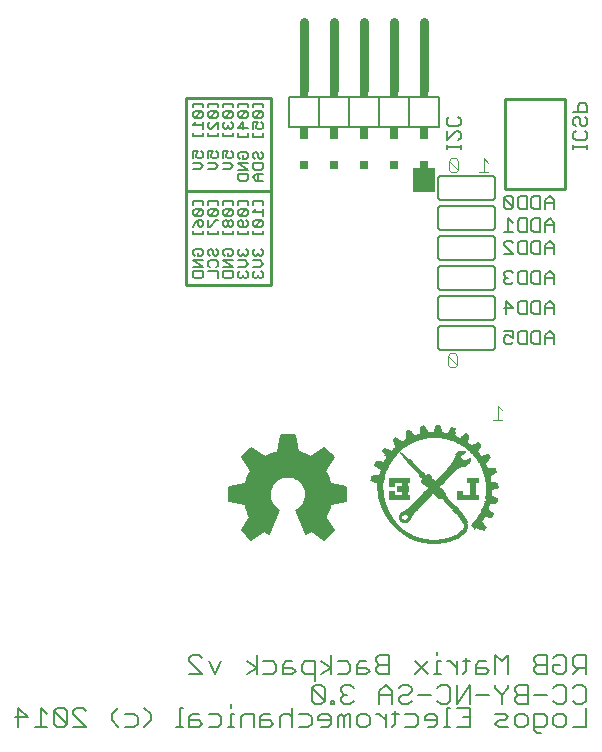
<source format=gbo>
G75*
%MOIN*%
%OFA0B0*%
%FSLAX24Y24*%
%IPPOS*%
%LPD*%
%AMOC8*
5,1,8,0,0,1.08239X$1,22.5*
%
%ADD10C,0.0040*%
%ADD11C,0.0060*%
%ADD12C,0.0100*%
%ADD13R,0.0750X0.0800*%
%ADD14C,0.0050*%
%ADD15C,0.0300*%
%ADD16R,0.0300X0.0200*%
%ADD17R,0.0300X0.0400*%
%ADD18R,0.0300X0.0300*%
%ADD19C,0.0080*%
%ADD20R,0.0483X0.0017*%
%ADD21R,0.0700X0.0017*%
%ADD22R,0.0867X0.0017*%
%ADD23R,0.1000X0.0017*%
%ADD24R,0.1117X0.0017*%
%ADD25R,0.1217X0.0017*%
%ADD26R,0.1300X0.0017*%
%ADD27R,0.0517X0.0017*%
%ADD28R,0.0550X0.0017*%
%ADD29R,0.0450X0.0017*%
%ADD30R,0.0400X0.0017*%
%ADD31R,0.0417X0.0017*%
%ADD32R,0.0367X0.0017*%
%ADD33R,0.0383X0.0017*%
%ADD34R,0.0333X0.0017*%
%ADD35R,0.0350X0.0017*%
%ADD36R,0.0317X0.0017*%
%ADD37R,0.0283X0.0017*%
%ADD38R,0.0300X0.0017*%
%ADD39R,0.0283X0.0017*%
%ADD40R,0.0283X0.0017*%
%ADD41R,0.0250X0.0017*%
%ADD42R,0.0233X0.0017*%
%ADD43R,0.0267X0.0017*%
%ADD44R,0.0217X0.0017*%
%ADD45R,0.0267X0.0017*%
%ADD46R,0.0200X0.0017*%
%ADD47R,0.0250X0.0017*%
%ADD48R,0.0183X0.0017*%
%ADD49R,0.0233X0.0017*%
%ADD50R,0.0183X0.0017*%
%ADD51R,0.0183X0.0017*%
%ADD52R,0.0167X0.0017*%
%ADD53R,0.0167X0.0017*%
%ADD54R,0.0217X0.0017*%
%ADD55R,0.0067X0.0017*%
%ADD56R,0.0150X0.0017*%
%ADD57R,0.0200X0.0017*%
%ADD58R,0.0133X0.0017*%
%ADD59R,0.0217X0.0017*%
%ADD60R,0.0017X0.0017*%
%ADD61R,0.0133X0.0017*%
%ADD62R,0.0217X0.0017*%
%ADD63R,0.0050X0.0017*%
%ADD64R,0.0300X0.0017*%
%ADD65R,0.0083X0.0017*%
%ADD66R,0.0133X0.0017*%
%ADD67R,0.0433X0.0017*%
%ADD68R,0.0133X0.0017*%
%ADD69R,0.0117X0.0017*%
%ADD70R,0.0467X0.0017*%
%ADD71R,0.0117X0.0017*%
%ADD72R,0.0483X0.0017*%
%ADD73R,0.0467X0.0017*%
%ADD74R,0.0383X0.0017*%
%ADD75R,0.0350X0.0017*%
%ADD76R,0.0150X0.0017*%
%ADD77R,0.0317X0.0017*%
%ADD78R,0.0283X0.0017*%
%ADD79R,0.0167X0.0017*%
%ADD80R,0.0267X0.0017*%
%ADD81R,0.0167X0.0017*%
%ADD82R,0.0100X0.0017*%
%ADD83R,0.0100X0.0017*%
%ADD84R,0.0233X0.0017*%
%ADD85R,0.0117X0.0017*%
%ADD86R,0.0500X0.0017*%
%ADD87R,0.0083X0.0017*%
%ADD88R,0.0500X0.0017*%
%ADD89R,0.0483X0.0017*%
%ADD90R,0.0233X0.0017*%
%ADD91R,0.0450X0.0017*%
%ADD92R,0.0433X0.0017*%
%ADD93R,0.0417X0.0017*%
%ADD94R,0.0183X0.0017*%
%ADD95R,0.0433X0.0017*%
%ADD96R,0.0333X0.0017*%
%ADD97R,0.0400X0.0017*%
%ADD98R,0.0367X0.0017*%
%ADD99R,0.0017X0.0017*%
%ADD100R,0.0333X0.0017*%
%ADD101R,0.0383X0.0017*%
%ADD102R,0.0433X0.0017*%
%ADD103R,0.0717X0.0017*%
%ADD104R,0.0700X0.0017*%
%ADD105R,0.0717X0.0017*%
%ADD106R,0.0317X0.0017*%
%ADD107R,0.0333X0.0017*%
%ADD108R,0.0733X0.0017*%
%ADD109R,0.0717X0.0017*%
%ADD110R,0.0683X0.0017*%
%ADD111R,0.0650X0.0017*%
%ADD112R,0.0617X0.0017*%
%ADD113R,0.0600X0.0017*%
%ADD114R,0.0567X0.0017*%
%ADD115R,0.0367X0.0017*%
%ADD116R,0.0533X0.0017*%
%ADD117R,0.0367X0.0017*%
%ADD118R,0.0417X0.0017*%
%ADD119R,0.0550X0.0017*%
%ADD120R,0.0583X0.0017*%
%ADD121R,0.0733X0.0017*%
%ADD122R,0.0383X0.0017*%
%ADD123R,0.0767X0.0017*%
%ADD124R,0.0783X0.0017*%
%ADD125R,0.0033X0.0017*%
%ADD126R,0.0067X0.0017*%
%ADD127R,0.0533X0.0017*%
%ADD128R,0.0567X0.0017*%
%ADD129R,0.0517X0.0017*%
%ADD130R,0.0567X0.0017*%
%ADD131R,0.0517X0.0017*%
%ADD132R,0.0317X0.0017*%
%ADD133R,0.0067X0.0017*%
%ADD134R,0.0033X0.0017*%
%ADD135R,0.0467X0.0017*%
%ADD136R,0.0583X0.0017*%
%ADD137R,0.0600X0.0017*%
%ADD138R,0.0633X0.0017*%
%ADD139R,0.0683X0.0017*%
%ADD140R,0.0650X0.0017*%
%ADD141R,0.0717X0.0017*%
%ADD142R,0.0533X0.0017*%
%ADD143R,0.0883X0.0017*%
%ADD144R,0.0750X0.0017*%
%ADD145R,0.0883X0.0017*%
%ADD146R,0.0033X0.0017*%
%ADD147R,0.1717X0.0017*%
%ADD148R,0.1683X0.0017*%
%ADD149R,0.1650X0.0017*%
%ADD150R,0.1633X0.0017*%
%ADD151R,0.1333X0.0017*%
%ADD152R,0.1283X0.0017*%
%ADD153R,0.1233X0.0017*%
%ADD154R,0.1183X0.0017*%
%ADD155R,0.0867X0.0017*%
%ADD156R,0.0767X0.0017*%
%ADD157R,0.0050X0.0017*%
D10*
X014841Y013804D02*
X014918Y013728D01*
X015071Y013728D01*
X015148Y013804D01*
X014841Y014111D01*
X014841Y013804D01*
X015148Y013804D02*
X015148Y014111D01*
X015071Y014188D01*
X014918Y014188D01*
X014841Y014111D01*
X016495Y012438D02*
X016495Y011978D01*
X016648Y011978D02*
X016341Y011978D01*
X016648Y012285D02*
X016495Y012438D01*
X016188Y020228D02*
X015881Y020228D01*
X016034Y020228D02*
X016034Y020688D01*
X016188Y020535D01*
X015188Y020611D02*
X015188Y020304D01*
X014881Y020611D01*
X014881Y020304D01*
X014957Y020228D01*
X015111Y020228D01*
X015188Y020304D01*
X015188Y020611D02*
X015111Y020688D01*
X014957Y020688D01*
X014881Y020611D01*
D11*
X000523Y002378D02*
X000523Y001738D01*
X000416Y002058D02*
X000843Y002058D01*
X000523Y002378D01*
X001274Y002378D02*
X001274Y001738D01*
X001061Y001738D02*
X001488Y001738D01*
X001705Y001844D02*
X001812Y001738D01*
X002026Y001738D01*
X002132Y001844D01*
X001705Y002271D01*
X001705Y001844D01*
X001488Y002165D02*
X001274Y002378D01*
X001705Y002271D02*
X001812Y002378D01*
X002026Y002378D01*
X002132Y002271D01*
X002132Y001844D01*
X002350Y001738D02*
X002777Y001738D01*
X002350Y002165D01*
X002350Y002271D01*
X002457Y002378D01*
X002670Y002378D01*
X002777Y002271D01*
X003638Y002165D02*
X003638Y001951D01*
X003851Y001738D01*
X004069Y001738D02*
X004389Y001738D01*
X004496Y001844D01*
X004496Y002058D01*
X004389Y002165D01*
X004069Y002165D01*
X003851Y002378D02*
X003638Y002165D01*
X004712Y002378D02*
X004925Y002165D01*
X004925Y001951D01*
X004712Y001738D01*
X005786Y001738D02*
X006000Y001738D01*
X005893Y001738D02*
X005893Y002378D01*
X006000Y002378D01*
X006217Y002058D02*
X006217Y001738D01*
X006537Y001738D01*
X006644Y001844D01*
X006537Y001951D01*
X006217Y001951D01*
X006217Y002058D02*
X006324Y002165D01*
X006537Y002165D01*
X006862Y002165D02*
X007182Y002165D01*
X007289Y002058D01*
X007289Y001844D01*
X007182Y001738D01*
X006862Y001738D01*
X007505Y001738D02*
X007718Y001738D01*
X007612Y001738D02*
X007612Y002165D01*
X007718Y002165D01*
X007612Y002378D02*
X007612Y002485D01*
X007936Y002058D02*
X007936Y001738D01*
X007936Y002058D02*
X008043Y002165D01*
X008363Y002165D01*
X008363Y001738D01*
X008580Y001738D02*
X008901Y001738D01*
X009007Y001844D01*
X008901Y001951D01*
X008580Y001951D01*
X008580Y002058D02*
X008580Y001738D01*
X008580Y002058D02*
X008687Y002165D01*
X008901Y002165D01*
X009225Y002058D02*
X009225Y001738D01*
X009225Y002058D02*
X009332Y002165D01*
X009545Y002165D01*
X009652Y002058D01*
X009870Y002165D02*
X010190Y002165D01*
X010297Y002058D01*
X010297Y001844D01*
X010190Y001738D01*
X009870Y001738D01*
X009652Y001738D02*
X009652Y002378D01*
X010299Y002594D02*
X010299Y003021D01*
X010726Y002594D01*
X010619Y002488D01*
X010406Y002488D01*
X010299Y002594D01*
X010299Y003021D02*
X010406Y003128D01*
X010619Y003128D01*
X010726Y003021D01*
X010726Y002594D01*
X010942Y002594D02*
X010942Y002488D01*
X011049Y002488D01*
X011049Y002594D01*
X010942Y002594D01*
X011266Y002594D02*
X011373Y002488D01*
X011586Y002488D01*
X011693Y002594D01*
X011480Y002808D02*
X011373Y002808D01*
X011266Y002701D01*
X011266Y002594D01*
X011373Y002808D02*
X011266Y002915D01*
X011266Y003021D01*
X011373Y003128D01*
X011586Y003128D01*
X011693Y003021D01*
X011803Y003488D02*
X012123Y003488D01*
X012230Y003594D01*
X012123Y003701D01*
X011803Y003701D01*
X011803Y003808D02*
X011803Y003488D01*
X011586Y003594D02*
X011479Y003488D01*
X011159Y003488D01*
X010941Y003488D02*
X010941Y004128D01*
X011159Y003915D02*
X011479Y003915D01*
X011586Y003808D01*
X011586Y003594D01*
X011803Y003808D02*
X011910Y003915D01*
X012123Y003915D01*
X012448Y003915D02*
X012554Y003808D01*
X012875Y003808D01*
X012875Y003488D02*
X012875Y004128D01*
X012554Y004128D01*
X012448Y004021D01*
X012448Y003915D01*
X012554Y003808D02*
X012448Y003701D01*
X012448Y003594D01*
X012554Y003488D01*
X012875Y003488D01*
X012769Y003128D02*
X012555Y002915D01*
X012555Y002488D01*
X012554Y002165D02*
X012447Y002165D01*
X012554Y002165D02*
X012767Y001951D01*
X012767Y001738D02*
X012767Y002165D01*
X012984Y002165D02*
X013197Y002165D01*
X013090Y002271D02*
X013090Y001844D01*
X012984Y001738D01*
X013415Y001738D02*
X013735Y001738D01*
X013842Y001844D01*
X013842Y002058D01*
X013735Y002165D01*
X013415Y002165D01*
X013520Y002488D02*
X013306Y002488D01*
X013200Y002594D01*
X013200Y002701D01*
X013306Y002808D01*
X013520Y002808D01*
X013627Y002915D01*
X013627Y003021D01*
X013520Y003128D01*
X013306Y003128D01*
X013200Y003021D01*
X012982Y002915D02*
X012769Y003128D01*
X012982Y002915D02*
X012982Y002488D01*
X012982Y002808D02*
X012555Y002808D01*
X012123Y002165D02*
X011910Y002165D01*
X011803Y002058D01*
X011803Y001844D01*
X011910Y001738D01*
X012123Y001738D01*
X012230Y001844D01*
X012230Y002058D01*
X012123Y002165D01*
X011586Y002165D02*
X011586Y001738D01*
X011372Y001738D02*
X011372Y002058D01*
X011265Y002165D01*
X011159Y002058D01*
X011159Y001738D01*
X010941Y001844D02*
X010941Y002058D01*
X010834Y002165D01*
X010621Y002165D01*
X010514Y002058D01*
X010514Y001951D01*
X010941Y001951D01*
X010941Y001844D02*
X010834Y001738D01*
X010621Y001738D01*
X011372Y002058D02*
X011479Y002165D01*
X011586Y002165D01*
X010404Y003274D02*
X010404Y003915D01*
X010084Y003915D01*
X009977Y003808D01*
X009977Y003594D01*
X010084Y003488D01*
X010404Y003488D01*
X010621Y003488D02*
X010941Y003701D01*
X010621Y003915D01*
X009759Y003594D02*
X009653Y003488D01*
X009332Y003488D01*
X009332Y003808D01*
X009439Y003915D01*
X009653Y003915D01*
X009653Y003701D02*
X009332Y003701D01*
X009115Y003594D02*
X009008Y003488D01*
X008688Y003488D01*
X008470Y003488D02*
X008470Y004128D01*
X008688Y003915D02*
X009008Y003915D01*
X009115Y003808D01*
X009115Y003594D01*
X008470Y003701D02*
X008150Y003915D01*
X008470Y003701D02*
X008150Y003488D01*
X007289Y003915D02*
X007075Y003488D01*
X006862Y003915D01*
X006644Y004021D02*
X006537Y004128D01*
X006324Y004128D01*
X006217Y004021D01*
X006217Y003915D01*
X006644Y003488D01*
X006217Y003488D01*
X009653Y003701D02*
X009759Y003594D01*
X013520Y002488D02*
X013627Y002594D01*
X013844Y002808D02*
X014271Y002808D01*
X014489Y003021D02*
X014596Y003128D01*
X014809Y003128D01*
X014916Y003021D01*
X014916Y002594D01*
X014809Y002488D01*
X014596Y002488D01*
X014489Y002594D01*
X014809Y002378D02*
X014809Y001738D01*
X014916Y001738D02*
X014702Y001738D01*
X014486Y001844D02*
X014486Y002058D01*
X014379Y002165D01*
X014166Y002165D01*
X014059Y002058D01*
X014059Y001951D01*
X014486Y001951D01*
X014486Y001844D02*
X014379Y001738D01*
X014166Y001738D01*
X014809Y002378D02*
X014916Y002378D01*
X015133Y002378D02*
X015560Y002378D01*
X015560Y001738D01*
X015133Y001738D01*
X015347Y002058D02*
X015560Y002058D01*
X015560Y002488D02*
X015560Y003128D01*
X015133Y002488D01*
X015133Y003128D01*
X015131Y003488D02*
X015131Y003915D01*
X015131Y003701D02*
X014917Y003915D01*
X014810Y003915D01*
X014594Y003915D02*
X014487Y003915D01*
X014487Y003488D01*
X014594Y003488D02*
X014380Y003488D01*
X014164Y003488D02*
X013737Y003915D01*
X014164Y003915D02*
X013737Y003488D01*
X014487Y004128D02*
X014487Y004235D01*
X015347Y003915D02*
X015560Y003915D01*
X015454Y004021D02*
X015454Y003594D01*
X015347Y003488D01*
X015778Y003488D02*
X016098Y003488D01*
X016205Y003594D01*
X016098Y003701D01*
X015778Y003701D01*
X015778Y003808D02*
X015778Y003488D01*
X015778Y003808D02*
X015885Y003915D01*
X016098Y003915D01*
X016422Y004128D02*
X016422Y003488D01*
X016422Y003128D02*
X016422Y003021D01*
X016636Y002808D01*
X016636Y002488D01*
X016743Y002165D02*
X016422Y002165D01*
X016529Y001951D02*
X016743Y001951D01*
X016849Y002058D01*
X016743Y002165D01*
X016529Y001951D02*
X016422Y001844D01*
X016529Y001738D01*
X016849Y001738D01*
X017067Y001844D02*
X017067Y002058D01*
X017174Y002165D01*
X017387Y002165D01*
X017494Y002058D01*
X017494Y001844D01*
X017387Y001738D01*
X017174Y001738D01*
X017067Y001844D01*
X017174Y002488D02*
X017494Y002488D01*
X017494Y003128D01*
X017174Y003128D01*
X017067Y003021D01*
X017067Y002915D01*
X017174Y002808D01*
X017494Y002808D01*
X017712Y002808D02*
X018139Y002808D01*
X018356Y003021D02*
X018463Y003128D01*
X018676Y003128D01*
X018783Y003021D01*
X018783Y002594D01*
X018676Y002488D01*
X018463Y002488D01*
X018356Y002594D01*
X018463Y002165D02*
X018676Y002165D01*
X018783Y002058D01*
X018783Y001844D01*
X018676Y001738D01*
X018463Y001738D01*
X018356Y001844D01*
X018356Y002058D01*
X018463Y002165D01*
X018139Y002058D02*
X018139Y001844D01*
X018032Y001738D01*
X017712Y001738D01*
X017712Y001631D02*
X017712Y002165D01*
X018032Y002165D01*
X018139Y002058D01*
X017712Y001631D02*
X017818Y001524D01*
X017925Y001524D01*
X019001Y001738D02*
X019428Y001738D01*
X019428Y002378D01*
X019321Y002488D02*
X019107Y002488D01*
X019001Y002594D01*
X019001Y003021D02*
X019107Y003128D01*
X019321Y003128D01*
X019428Y003021D01*
X019428Y002594D01*
X019321Y002488D01*
X019428Y003488D02*
X019428Y004128D01*
X019107Y004128D01*
X019001Y004021D01*
X019001Y003808D01*
X019107Y003701D01*
X019428Y003701D01*
X019214Y003701D02*
X019001Y003488D01*
X018783Y003594D02*
X018676Y003488D01*
X018463Y003488D01*
X018356Y003594D01*
X018356Y003808D01*
X018570Y003808D01*
X018783Y004021D02*
X018783Y003594D01*
X018783Y004021D02*
X018676Y004128D01*
X018463Y004128D01*
X018356Y004021D01*
X018139Y004128D02*
X017818Y004128D01*
X017712Y004021D01*
X017712Y003915D01*
X017818Y003808D01*
X018139Y003808D01*
X018139Y003488D02*
X018139Y004128D01*
X017818Y003808D02*
X017712Y003701D01*
X017712Y003594D01*
X017818Y003488D01*
X018139Y003488D01*
X017174Y002808D02*
X017067Y002701D01*
X017067Y002594D01*
X017174Y002488D01*
X016849Y003021D02*
X016636Y002808D01*
X016849Y003021D02*
X016849Y003128D01*
X016849Y003488D02*
X016849Y004128D01*
X016636Y003915D01*
X016422Y004128D01*
X016205Y002808D02*
X015778Y002808D01*
X010835Y008111D02*
X010563Y008111D01*
X010483Y008169D02*
X010895Y008169D01*
X010956Y008228D02*
X010403Y008228D01*
X010323Y008286D02*
X011016Y008286D01*
X011018Y008288D02*
X010718Y008718D01*
X010918Y009198D01*
X011448Y009298D01*
X011438Y009718D01*
X010898Y009818D01*
X010708Y010288D01*
X010998Y010728D01*
X010708Y010988D01*
X010278Y010688D01*
X009818Y010878D01*
X009708Y011418D01*
X009298Y011428D01*
X009208Y010878D01*
X008738Y010708D01*
X008288Y010998D01*
X008008Y010708D01*
X008318Y010268D01*
X008098Y009798D01*
X007578Y009698D01*
X007588Y009288D01*
X008108Y009198D01*
X008278Y008708D01*
X007998Y008278D01*
X008298Y007998D01*
X008708Y008268D01*
X008878Y008188D01*
X009188Y008948D01*
X008888Y009248D01*
X008898Y009758D01*
X009288Y010108D01*
X009758Y010098D01*
X010098Y009748D01*
X010108Y009228D01*
X009828Y008928D01*
X010108Y008188D01*
X010308Y008298D01*
X010718Y007998D01*
X011018Y008288D01*
X010978Y008345D02*
X010048Y008345D01*
X010026Y008403D02*
X010937Y008403D01*
X010896Y008462D02*
X010004Y008462D01*
X009982Y008520D02*
X010855Y008520D01*
X010815Y008579D02*
X009960Y008579D01*
X009938Y008637D02*
X010774Y008637D01*
X010733Y008696D02*
X009915Y008696D01*
X009893Y008754D02*
X010733Y008754D01*
X010757Y008813D02*
X009871Y008813D01*
X009849Y008871D02*
X010782Y008871D01*
X010806Y008930D02*
X009830Y008930D01*
X009884Y008988D02*
X010830Y008988D01*
X010855Y009047D02*
X009939Y009047D01*
X009993Y009105D02*
X010879Y009105D01*
X010904Y009164D02*
X010048Y009164D01*
X010103Y009222D02*
X011048Y009222D01*
X011358Y009281D02*
X010107Y009281D01*
X010106Y009339D02*
X011447Y009339D01*
X011445Y009398D02*
X010104Y009398D01*
X010103Y009456D02*
X011444Y009456D01*
X011443Y009515D02*
X010102Y009515D01*
X010101Y009573D02*
X011441Y009573D01*
X011440Y009632D02*
X010100Y009632D01*
X010099Y009690D02*
X011438Y009690D01*
X011270Y009749D02*
X010097Y009749D01*
X010040Y009807D02*
X010954Y009807D01*
X010878Y009866D02*
X009983Y009866D01*
X009926Y009924D02*
X010855Y009924D01*
X010831Y009983D02*
X009869Y009983D01*
X009813Y010041D02*
X010807Y010041D01*
X010784Y010100D02*
X009662Y010100D01*
X009279Y010100D02*
X008239Y010100D01*
X008266Y010158D02*
X010760Y010158D01*
X010736Y010217D02*
X008294Y010217D01*
X008312Y010275D02*
X010713Y010275D01*
X010738Y010334D02*
X008271Y010334D01*
X008230Y010392D02*
X010777Y010392D01*
X010815Y010451D02*
X008189Y010451D01*
X008148Y010509D02*
X010854Y010509D01*
X010892Y010568D02*
X008106Y010568D01*
X008065Y010626D02*
X010931Y010626D01*
X010969Y010685D02*
X008024Y010685D01*
X008042Y010743D02*
X008683Y010743D01*
X008592Y010802D02*
X008098Y010802D01*
X008155Y010860D02*
X008501Y010860D01*
X008410Y010919D02*
X008211Y010919D01*
X008268Y010977D02*
X008319Y010977D01*
X008836Y010743D02*
X010143Y010743D01*
X010002Y010802D02*
X008998Y010802D01*
X009159Y010860D02*
X009860Y010860D01*
X009809Y010919D02*
X009214Y010919D01*
X009224Y010977D02*
X009797Y010977D01*
X009785Y011036D02*
X009234Y011036D01*
X009243Y011094D02*
X009774Y011094D01*
X009762Y011153D02*
X009253Y011153D01*
X009262Y011211D02*
X009750Y011211D01*
X009738Y011270D02*
X009272Y011270D01*
X009281Y011328D02*
X009726Y011328D01*
X009714Y011387D02*
X009291Y011387D01*
X010357Y010743D02*
X010980Y010743D01*
X010915Y010802D02*
X010441Y010802D01*
X010525Y010860D02*
X010850Y010860D01*
X010785Y010919D02*
X010609Y010919D01*
X010693Y010977D02*
X010719Y010977D01*
X009214Y010041D02*
X008212Y010041D01*
X008184Y009983D02*
X009148Y009983D01*
X009083Y009924D02*
X008157Y009924D01*
X008130Y009866D02*
X009018Y009866D01*
X008953Y009807D02*
X008102Y009807D01*
X007843Y009749D02*
X008898Y009749D01*
X008896Y009690D02*
X007578Y009690D01*
X007579Y009632D02*
X008895Y009632D01*
X008894Y009573D02*
X007581Y009573D01*
X007582Y009515D02*
X008893Y009515D01*
X008892Y009456D02*
X007584Y009456D01*
X007585Y009398D02*
X008891Y009398D01*
X008889Y009339D02*
X007586Y009339D01*
X007628Y009281D02*
X008888Y009281D01*
X008913Y009222D02*
X007966Y009222D01*
X008119Y009164D02*
X008972Y009164D01*
X009030Y009105D02*
X008140Y009105D01*
X008160Y009047D02*
X009089Y009047D01*
X009147Y008988D02*
X008180Y008988D01*
X008201Y008930D02*
X009180Y008930D01*
X009156Y008871D02*
X008221Y008871D01*
X008241Y008813D02*
X009133Y008813D01*
X009109Y008754D02*
X008262Y008754D01*
X008270Y008696D02*
X009085Y008696D01*
X009061Y008637D02*
X008232Y008637D01*
X008194Y008579D02*
X009037Y008579D01*
X009013Y008520D02*
X008156Y008520D01*
X008118Y008462D02*
X008989Y008462D01*
X008966Y008403D02*
X008079Y008403D01*
X008041Y008345D02*
X008942Y008345D01*
X008918Y008286D02*
X008003Y008286D01*
X008051Y008228D02*
X008647Y008228D01*
X008558Y008169D02*
X008114Y008169D01*
X008177Y008111D02*
X008469Y008111D01*
X008380Y008052D02*
X008239Y008052D01*
X008793Y008228D02*
X008894Y008228D01*
X010070Y008286D02*
X010287Y008286D01*
X010180Y008228D02*
X010093Y008228D01*
X010643Y008052D02*
X010774Y008052D01*
X014608Y014308D02*
X016308Y014308D01*
X016325Y014310D01*
X016342Y014314D01*
X016358Y014321D01*
X016372Y014331D01*
X016385Y014344D01*
X016395Y014358D01*
X016402Y014374D01*
X016406Y014391D01*
X016408Y014408D01*
X016408Y015008D01*
X016406Y015025D01*
X016402Y015042D01*
X016395Y015058D01*
X016385Y015072D01*
X016372Y015085D01*
X016358Y015095D01*
X016342Y015102D01*
X016325Y015106D01*
X016308Y015108D01*
X014608Y015108D01*
X014591Y015106D01*
X014574Y015102D01*
X014558Y015095D01*
X014544Y015085D01*
X014531Y015072D01*
X014521Y015058D01*
X014514Y015042D01*
X014510Y015025D01*
X014508Y015008D01*
X014508Y014408D01*
X014510Y014391D01*
X014514Y014374D01*
X014521Y014358D01*
X014531Y014344D01*
X014544Y014331D01*
X014558Y014321D01*
X014574Y014314D01*
X014591Y014310D01*
X014608Y014308D01*
X014608Y015308D02*
X016308Y015308D01*
X016325Y015310D01*
X016342Y015314D01*
X016358Y015321D01*
X016372Y015331D01*
X016385Y015344D01*
X016395Y015358D01*
X016402Y015374D01*
X016406Y015391D01*
X016408Y015408D01*
X016408Y016008D01*
X016406Y016025D01*
X016402Y016042D01*
X016395Y016058D01*
X016385Y016072D01*
X016372Y016085D01*
X016358Y016095D01*
X016342Y016102D01*
X016325Y016106D01*
X016308Y016108D01*
X014608Y016108D01*
X014591Y016106D01*
X014574Y016102D01*
X014558Y016095D01*
X014544Y016085D01*
X014531Y016072D01*
X014521Y016058D01*
X014514Y016042D01*
X014510Y016025D01*
X014508Y016008D01*
X014508Y015408D01*
X014510Y015391D01*
X014514Y015374D01*
X014521Y015358D01*
X014531Y015344D01*
X014544Y015331D01*
X014558Y015321D01*
X014574Y015314D01*
X014591Y015310D01*
X014608Y015308D01*
X014608Y016308D02*
X016308Y016308D01*
X016325Y016310D01*
X016342Y016314D01*
X016358Y016321D01*
X016372Y016331D01*
X016385Y016344D01*
X016395Y016358D01*
X016402Y016374D01*
X016406Y016391D01*
X016408Y016408D01*
X016408Y017008D01*
X016406Y017025D01*
X016402Y017042D01*
X016395Y017058D01*
X016385Y017072D01*
X016372Y017085D01*
X016358Y017095D01*
X016342Y017102D01*
X016325Y017106D01*
X016308Y017108D01*
X014608Y017108D01*
X014591Y017106D01*
X014574Y017102D01*
X014558Y017095D01*
X014544Y017085D01*
X014531Y017072D01*
X014521Y017058D01*
X014514Y017042D01*
X014510Y017025D01*
X014508Y017008D01*
X014508Y016408D01*
X014510Y016391D01*
X014514Y016374D01*
X014521Y016358D01*
X014531Y016344D01*
X014544Y016331D01*
X014558Y016321D01*
X014574Y016314D01*
X014591Y016310D01*
X014608Y016308D01*
X014608Y017308D02*
X016308Y017308D01*
X016325Y017310D01*
X016342Y017314D01*
X016358Y017321D01*
X016372Y017331D01*
X016385Y017344D01*
X016395Y017358D01*
X016402Y017374D01*
X016406Y017391D01*
X016408Y017408D01*
X016408Y018008D01*
X016406Y018025D01*
X016402Y018042D01*
X016395Y018058D01*
X016385Y018072D01*
X016372Y018085D01*
X016358Y018095D01*
X016342Y018102D01*
X016325Y018106D01*
X016308Y018108D01*
X014608Y018108D01*
X014591Y018106D01*
X014574Y018102D01*
X014558Y018095D01*
X014544Y018085D01*
X014531Y018072D01*
X014521Y018058D01*
X014514Y018042D01*
X014510Y018025D01*
X014508Y018008D01*
X014508Y017408D01*
X014510Y017391D01*
X014514Y017374D01*
X014521Y017358D01*
X014531Y017344D01*
X014544Y017331D01*
X014558Y017321D01*
X014574Y017314D01*
X014591Y017310D01*
X014608Y017308D01*
X014608Y018308D02*
X016308Y018308D01*
X016325Y018310D01*
X016342Y018314D01*
X016358Y018321D01*
X016372Y018331D01*
X016385Y018344D01*
X016395Y018358D01*
X016402Y018374D01*
X016406Y018391D01*
X016408Y018408D01*
X016408Y019008D01*
X016406Y019025D01*
X016402Y019042D01*
X016395Y019058D01*
X016385Y019072D01*
X016372Y019085D01*
X016358Y019095D01*
X016342Y019102D01*
X016325Y019106D01*
X016308Y019108D01*
X014608Y019108D01*
X014591Y019106D01*
X014574Y019102D01*
X014558Y019095D01*
X014544Y019085D01*
X014531Y019072D01*
X014521Y019058D01*
X014514Y019042D01*
X014510Y019025D01*
X014508Y019008D01*
X014508Y018408D01*
X014510Y018391D01*
X014514Y018374D01*
X014521Y018358D01*
X014531Y018344D01*
X014544Y018331D01*
X014558Y018321D01*
X014574Y018314D01*
X014591Y018310D01*
X014608Y018308D01*
X014608Y019308D02*
X016308Y019308D01*
X016325Y019310D01*
X016342Y019314D01*
X016358Y019321D01*
X016372Y019331D01*
X016385Y019344D01*
X016395Y019358D01*
X016402Y019374D01*
X016406Y019391D01*
X016408Y019408D01*
X016408Y020008D01*
X016406Y020025D01*
X016402Y020042D01*
X016395Y020058D01*
X016385Y020072D01*
X016372Y020085D01*
X016358Y020095D01*
X016342Y020102D01*
X016325Y020106D01*
X016308Y020108D01*
X014608Y020108D01*
X014591Y020106D01*
X014574Y020102D01*
X014558Y020095D01*
X014544Y020085D01*
X014531Y020072D01*
X014521Y020058D01*
X014514Y020042D01*
X014510Y020025D01*
X014508Y020008D01*
X014508Y019408D01*
X014510Y019391D01*
X014514Y019374D01*
X014521Y019358D01*
X014531Y019344D01*
X014544Y019331D01*
X014558Y019321D01*
X014574Y019314D01*
X014591Y019310D01*
X014608Y019308D01*
X014534Y021718D02*
X013534Y021718D01*
X012534Y021718D01*
X011534Y021718D01*
X010534Y021718D01*
X009534Y021718D01*
X009534Y022718D01*
X010534Y022718D01*
X011534Y022718D01*
X012534Y022718D01*
X013534Y022718D01*
X014534Y022718D01*
X014534Y021718D01*
X013534Y021718D02*
X013534Y022718D01*
X012534Y022718D02*
X012534Y021718D01*
X011534Y021718D02*
X011534Y022718D01*
X010534Y022718D02*
X010534Y021718D01*
X008678Y021713D02*
X008678Y021826D01*
X008621Y021883D01*
X008508Y021883D02*
X008451Y021770D01*
X008451Y021713D01*
X008508Y021656D01*
X008621Y021656D01*
X008678Y021713D01*
X008678Y021515D02*
X008678Y021401D01*
X008337Y021401D01*
X008337Y021515D01*
X008337Y021656D02*
X008337Y021883D01*
X008508Y021883D01*
X008621Y022025D02*
X008394Y022025D01*
X008621Y022251D01*
X008678Y022195D01*
X008678Y022081D01*
X008621Y022025D01*
X008621Y022251D02*
X008394Y022251D01*
X008337Y022195D01*
X008337Y022081D01*
X008394Y022025D01*
X008178Y022081D02*
X008178Y022195D01*
X008121Y022251D01*
X007894Y022025D01*
X008121Y022025D01*
X008178Y022081D01*
X008121Y022251D02*
X007894Y022251D01*
X007837Y022195D01*
X007837Y022081D01*
X007894Y022025D01*
X008008Y021883D02*
X007837Y021713D01*
X008178Y021713D01*
X008008Y021656D02*
X008008Y021883D01*
X008178Y021515D02*
X008178Y021401D01*
X007837Y021401D01*
X007837Y021515D01*
X007678Y021528D02*
X007678Y021415D01*
X007337Y021415D01*
X007337Y021528D01*
X007394Y021670D02*
X007451Y021670D01*
X007508Y021726D01*
X007564Y021670D01*
X007621Y021670D01*
X007678Y021726D01*
X007678Y021840D01*
X007621Y021896D01*
X007621Y022038D02*
X007394Y022038D01*
X007621Y022265D01*
X007678Y022208D01*
X007678Y022095D01*
X007621Y022038D01*
X007621Y022265D02*
X007394Y022265D01*
X007337Y022208D01*
X007337Y022095D01*
X007394Y022038D01*
X007394Y021896D02*
X007337Y021840D01*
X007337Y021726D01*
X007394Y021670D01*
X007508Y021726D02*
X007508Y021783D01*
X007178Y021670D02*
X007178Y021896D01*
X006951Y021670D01*
X006894Y021670D01*
X006837Y021726D01*
X006837Y021840D01*
X006894Y021896D01*
X006894Y022038D02*
X007121Y022265D01*
X007178Y022208D01*
X007178Y022095D01*
X007121Y022038D01*
X006894Y022038D01*
X006837Y022095D01*
X006837Y022208D01*
X006894Y022265D01*
X007121Y022265D01*
X007178Y022397D02*
X007178Y022510D01*
X006837Y022510D01*
X006837Y022397D01*
X006678Y022397D02*
X006678Y022510D01*
X006337Y022510D01*
X006337Y022397D01*
X006394Y022265D02*
X006337Y022208D01*
X006337Y022095D01*
X006394Y022038D01*
X006621Y022265D01*
X006678Y022208D01*
X006678Y022095D01*
X006621Y022038D01*
X006394Y022038D01*
X006451Y021896D02*
X006337Y021783D01*
X006678Y021783D01*
X006678Y021896D02*
X006678Y021670D01*
X006678Y021528D02*
X006678Y021415D01*
X006337Y021415D01*
X006337Y021528D01*
X006837Y021528D02*
X006837Y021415D01*
X007178Y021415D01*
X007178Y021528D01*
X007121Y020914D02*
X007178Y020858D01*
X007178Y020744D01*
X007121Y020687D01*
X007008Y020687D01*
X006951Y020744D01*
X006951Y020801D01*
X007008Y020914D01*
X006837Y020914D01*
X006837Y020687D01*
X006837Y020546D02*
X007064Y020546D01*
X007178Y020433D01*
X007064Y020319D01*
X006837Y020319D01*
X006678Y020433D02*
X006564Y020319D01*
X006337Y020319D01*
X006337Y020546D02*
X006564Y020546D01*
X006678Y020433D01*
X006621Y020687D02*
X006678Y020744D01*
X006678Y020858D01*
X006621Y020914D01*
X006508Y020914D02*
X006451Y020801D01*
X006451Y020744D01*
X006508Y020687D01*
X006621Y020687D01*
X006508Y020914D02*
X006337Y020914D01*
X006337Y020687D01*
X007337Y020687D02*
X007337Y020914D01*
X007508Y020914D01*
X007451Y020801D01*
X007451Y020744D01*
X007508Y020687D01*
X007621Y020687D01*
X007678Y020744D01*
X007678Y020858D01*
X007621Y020914D01*
X007837Y020844D02*
X007894Y020901D01*
X008121Y020901D01*
X008178Y020844D01*
X008178Y020731D01*
X008121Y020674D01*
X008008Y020674D01*
X008008Y020788D01*
X007894Y020674D02*
X007837Y020731D01*
X007837Y020844D01*
X007837Y020533D02*
X008178Y020306D01*
X007837Y020306D01*
X007837Y020164D02*
X007837Y019994D01*
X007894Y019937D01*
X008121Y019937D01*
X008178Y019994D01*
X008178Y020164D01*
X007837Y020164D01*
X007678Y020433D02*
X007564Y020319D01*
X007337Y020319D01*
X007337Y020546D02*
X007564Y020546D01*
X007678Y020433D01*
X007837Y020533D02*
X008178Y020533D01*
X008337Y020533D02*
X008337Y020362D01*
X008394Y020306D01*
X008621Y020306D01*
X008678Y020362D01*
X008678Y020533D01*
X008337Y020533D01*
X008394Y020674D02*
X008337Y020731D01*
X008337Y020844D01*
X008394Y020901D01*
X008451Y020901D01*
X008508Y020844D01*
X008508Y020731D01*
X008564Y020674D01*
X008621Y020674D01*
X008678Y020731D01*
X008678Y020844D01*
X008621Y020901D01*
X008678Y020164D02*
X008451Y020164D01*
X008337Y020051D01*
X008451Y019937D01*
X008678Y019937D01*
X008508Y019937D02*
X008508Y020164D01*
X008678Y019247D02*
X008337Y019247D01*
X008337Y019134D01*
X008178Y019134D02*
X008178Y019247D01*
X007837Y019247D01*
X007837Y019134D01*
X007894Y019001D02*
X007837Y018945D01*
X007837Y018831D01*
X007894Y018775D01*
X008121Y019001D01*
X008178Y018945D01*
X008178Y018831D01*
X008121Y018775D01*
X007894Y018775D01*
X007894Y018633D02*
X007951Y018633D01*
X008008Y018576D01*
X008008Y018406D01*
X008121Y018406D02*
X007894Y018406D01*
X007837Y018463D01*
X007837Y018576D01*
X007894Y018633D01*
X007678Y018576D02*
X007621Y018633D01*
X007564Y018633D01*
X007508Y018576D01*
X007508Y018463D01*
X007564Y018406D01*
X007621Y018406D01*
X007678Y018463D01*
X007678Y018576D01*
X007508Y018576D02*
X007451Y018633D01*
X007394Y018633D01*
X007337Y018576D01*
X007337Y018463D01*
X007394Y018406D01*
X007451Y018406D01*
X007508Y018463D01*
X007678Y018265D02*
X007678Y018151D01*
X007337Y018151D01*
X007337Y018265D01*
X007178Y018265D02*
X007178Y018151D01*
X006837Y018151D01*
X006837Y018265D01*
X006837Y018406D02*
X006894Y018406D01*
X007121Y018633D01*
X007178Y018633D01*
X007121Y018775D02*
X007178Y018831D01*
X007178Y018945D01*
X007121Y019001D01*
X006894Y018775D01*
X007121Y018775D01*
X007337Y018831D02*
X007337Y018945D01*
X007394Y019001D01*
X007621Y019001D01*
X007394Y018775D01*
X007621Y018775D01*
X007678Y018831D01*
X007678Y018945D01*
X007621Y019001D01*
X007678Y019134D02*
X007678Y019247D01*
X007337Y019247D01*
X007337Y019134D01*
X007178Y019134D02*
X007178Y019247D01*
X006837Y019247D01*
X006837Y019134D01*
X006894Y019001D02*
X006837Y018945D01*
X006837Y018831D01*
X006894Y018775D01*
X006837Y018633D02*
X006837Y018406D01*
X006678Y018463D02*
X006621Y018406D01*
X006564Y018406D01*
X006508Y018463D01*
X006508Y018633D01*
X006621Y018633D01*
X006678Y018576D01*
X006678Y018463D01*
X006678Y018265D02*
X006678Y018151D01*
X006337Y018151D01*
X006337Y018265D01*
X006337Y018406D02*
X006394Y018520D01*
X006508Y018633D01*
X006621Y018775D02*
X006678Y018831D01*
X006678Y018945D01*
X006621Y019001D01*
X006394Y018775D01*
X006621Y018775D01*
X006621Y019001D02*
X006394Y019001D01*
X006337Y018945D01*
X006337Y018831D01*
X006394Y018775D01*
X006337Y019134D02*
X006337Y019247D01*
X006678Y019247D01*
X006678Y019134D01*
X006894Y019001D02*
X007121Y019001D01*
X007337Y018831D02*
X007394Y018775D01*
X007894Y019001D02*
X008121Y019001D01*
X008337Y018888D02*
X008678Y018888D01*
X008678Y019001D02*
X008678Y018775D01*
X008621Y018633D02*
X008678Y018576D01*
X008678Y018463D01*
X008621Y018406D01*
X008394Y018406D01*
X008621Y018633D01*
X008394Y018633D01*
X008337Y018576D01*
X008337Y018463D01*
X008394Y018406D01*
X008337Y018265D02*
X008337Y018151D01*
X008678Y018151D01*
X008678Y018265D01*
X008621Y017651D02*
X008678Y017594D01*
X008678Y017481D01*
X008621Y017424D01*
X008564Y017424D01*
X008508Y017481D01*
X008508Y017538D01*
X008508Y017481D02*
X008451Y017424D01*
X008394Y017424D01*
X008337Y017481D01*
X008337Y017594D01*
X008394Y017651D01*
X008178Y017594D02*
X008178Y017481D01*
X008121Y017424D01*
X008064Y017424D01*
X008008Y017481D01*
X008008Y017538D01*
X008008Y017481D02*
X007951Y017424D01*
X007894Y017424D01*
X007837Y017481D01*
X007837Y017594D01*
X007894Y017651D01*
X007678Y017594D02*
X007678Y017481D01*
X007621Y017424D01*
X007508Y017424D01*
X007508Y017538D01*
X007621Y017651D02*
X007394Y017651D01*
X007337Y017594D01*
X007337Y017481D01*
X007394Y017424D01*
X007337Y017283D02*
X007678Y017056D01*
X007337Y017056D01*
X007337Y016914D02*
X007337Y016744D01*
X007394Y016687D01*
X007621Y016687D01*
X007678Y016744D01*
X007678Y016914D01*
X007337Y016914D01*
X007178Y016914D02*
X007178Y016687D01*
X007178Y016914D02*
X006837Y016914D01*
X006894Y017056D02*
X006837Y017112D01*
X006837Y017226D01*
X006894Y017283D01*
X007121Y017283D01*
X007178Y017226D01*
X007178Y017112D01*
X007121Y017056D01*
X007337Y017283D02*
X007678Y017283D01*
X007837Y017283D02*
X008064Y017283D01*
X008178Y017169D01*
X008064Y017056D01*
X007837Y017056D01*
X007894Y016914D02*
X007837Y016858D01*
X007837Y016744D01*
X007894Y016687D01*
X007951Y016687D01*
X008008Y016744D01*
X008064Y016687D01*
X008121Y016687D01*
X008178Y016744D01*
X008178Y016858D01*
X008121Y016914D01*
X008008Y016801D02*
X008008Y016744D01*
X008337Y016744D02*
X008337Y016858D01*
X008394Y016914D01*
X008337Y017056D02*
X008564Y017056D01*
X008678Y017169D01*
X008564Y017283D01*
X008337Y017283D01*
X008621Y016914D02*
X008678Y016858D01*
X008678Y016744D01*
X008621Y016687D01*
X008564Y016687D01*
X008508Y016744D01*
X008508Y016801D01*
X008508Y016744D02*
X008451Y016687D01*
X008394Y016687D01*
X008337Y016744D01*
X008178Y017594D02*
X008121Y017651D01*
X007678Y017594D02*
X007621Y017651D01*
X007178Y017594D02*
X007178Y017481D01*
X007121Y017424D01*
X007064Y017424D01*
X007008Y017481D01*
X007008Y017594D01*
X006951Y017651D01*
X006894Y017651D01*
X006837Y017594D01*
X006837Y017481D01*
X006894Y017424D01*
X006678Y017481D02*
X006678Y017594D01*
X006621Y017651D01*
X006394Y017651D01*
X006337Y017594D01*
X006337Y017481D01*
X006394Y017424D01*
X006508Y017424D02*
X006508Y017538D01*
X006508Y017424D02*
X006621Y017424D01*
X006678Y017481D01*
X006678Y017283D02*
X006337Y017283D01*
X006678Y017056D01*
X006337Y017056D01*
X006337Y016914D02*
X006337Y016744D01*
X006394Y016687D01*
X006621Y016687D01*
X006678Y016744D01*
X006678Y016914D01*
X006337Y016914D01*
X007121Y017651D02*
X007178Y017594D01*
X007837Y018151D02*
X007837Y018265D01*
X007837Y018151D02*
X008178Y018151D01*
X008178Y018265D01*
X008121Y018406D02*
X008178Y018463D01*
X008178Y018576D01*
X008121Y018633D01*
X008337Y018888D02*
X008451Y019001D01*
X008678Y019134D02*
X008678Y019247D01*
X008678Y022384D02*
X008678Y022497D01*
X008337Y022497D01*
X008337Y022384D01*
X008178Y022384D02*
X008178Y022497D01*
X007837Y022497D01*
X007837Y022384D01*
X007678Y022397D02*
X007678Y022510D01*
X007337Y022510D01*
X007337Y022397D01*
X006621Y022265D02*
X006394Y022265D01*
D12*
X006108Y022708D02*
X008958Y022708D01*
X008958Y019608D01*
X008958Y016458D01*
X006108Y016458D01*
X006108Y019608D01*
X006108Y022708D01*
X006108Y019608D02*
X008958Y019608D01*
X016743Y019653D02*
X018743Y019653D01*
X018743Y022653D01*
X016743Y022653D01*
X016743Y019653D01*
D13*
X014033Y019958D03*
D14*
X014809Y020993D02*
X014809Y021143D01*
X014809Y021068D02*
X015260Y021068D01*
X015260Y020993D02*
X015260Y021143D01*
X015185Y021299D02*
X015260Y021375D01*
X015260Y021525D01*
X015185Y021600D01*
X015110Y021600D01*
X014809Y021299D01*
X014809Y021600D01*
X014885Y021760D02*
X014809Y021835D01*
X014809Y021985D01*
X014885Y022060D01*
X014885Y021760D02*
X015185Y021760D01*
X015260Y021835D01*
X015260Y021985D01*
X015185Y022060D01*
X016776Y019433D02*
X016701Y019358D01*
X017001Y019058D01*
X016926Y018983D01*
X016776Y018983D01*
X016701Y019058D01*
X016701Y019358D01*
X016776Y019433D02*
X016926Y019433D01*
X017001Y019358D01*
X017001Y019058D01*
X017162Y019058D02*
X017162Y019358D01*
X017237Y019433D01*
X017462Y019433D01*
X017462Y018983D01*
X017237Y018983D01*
X017162Y019058D01*
X017237Y018683D02*
X017462Y018683D01*
X017462Y018233D01*
X017237Y018233D01*
X017162Y018308D01*
X017162Y018608D01*
X017237Y018683D01*
X017001Y018533D02*
X016851Y018683D01*
X016851Y018233D01*
X017001Y018233D02*
X016701Y018233D01*
X016776Y017933D02*
X016926Y017933D01*
X017001Y017858D01*
X017162Y017858D02*
X017237Y017933D01*
X017462Y017933D01*
X017462Y017483D01*
X017237Y017483D01*
X017162Y017558D01*
X017162Y017858D01*
X016776Y017933D02*
X016701Y017858D01*
X016701Y017783D01*
X017001Y017483D01*
X016701Y017483D01*
X016776Y016933D02*
X016701Y016858D01*
X016701Y016783D01*
X016776Y016708D01*
X016701Y016633D01*
X016701Y016558D01*
X016776Y016483D01*
X016926Y016483D01*
X017001Y016558D01*
X017162Y016558D02*
X017237Y016483D01*
X017462Y016483D01*
X017462Y016933D01*
X017237Y016933D01*
X017162Y016858D01*
X017162Y016558D01*
X017001Y016858D02*
X016926Y016933D01*
X016776Y016933D01*
X016776Y016708D02*
X016851Y016708D01*
X016776Y015933D02*
X017001Y015708D01*
X016701Y015708D01*
X016776Y015483D02*
X016776Y015933D01*
X017162Y015858D02*
X017162Y015558D01*
X017237Y015483D01*
X017462Y015483D01*
X017462Y015933D01*
X017237Y015933D01*
X017162Y015858D01*
X017622Y015858D02*
X017622Y015558D01*
X017697Y015483D01*
X017922Y015483D01*
X017922Y015933D01*
X017697Y015933D01*
X017622Y015858D01*
X018082Y015783D02*
X018082Y015483D01*
X018082Y015708D02*
X018383Y015708D01*
X018383Y015783D02*
X018233Y015933D01*
X018082Y015783D01*
X018383Y015783D02*
X018383Y015483D01*
X018233Y014933D02*
X018082Y014783D01*
X018082Y014483D01*
X017922Y014483D02*
X017697Y014483D01*
X017622Y014558D01*
X017622Y014858D01*
X017697Y014933D01*
X017922Y014933D01*
X017922Y014483D01*
X018082Y014708D02*
X018383Y014708D01*
X018383Y014783D02*
X018233Y014933D01*
X018383Y014783D02*
X018383Y014483D01*
X017462Y014483D02*
X017237Y014483D01*
X017162Y014558D01*
X017162Y014858D01*
X017237Y014933D01*
X017462Y014933D01*
X017462Y014483D01*
X017001Y014558D02*
X016926Y014483D01*
X016776Y014483D01*
X016701Y014558D01*
X016701Y014708D01*
X016776Y014783D01*
X016851Y014783D01*
X017001Y014708D01*
X017001Y014933D01*
X016701Y014933D01*
X017697Y016483D02*
X017622Y016558D01*
X017622Y016858D01*
X017697Y016933D01*
X017922Y016933D01*
X017922Y016483D01*
X017697Y016483D01*
X018082Y016483D02*
X018082Y016783D01*
X018233Y016933D01*
X018383Y016783D01*
X018383Y016483D01*
X018383Y016708D02*
X018082Y016708D01*
X018082Y017483D02*
X018082Y017783D01*
X018233Y017933D01*
X018383Y017783D01*
X018383Y017483D01*
X018383Y017708D02*
X018082Y017708D01*
X017922Y017933D02*
X017922Y017483D01*
X017697Y017483D01*
X017622Y017558D01*
X017622Y017858D01*
X017697Y017933D01*
X017922Y017933D01*
X017922Y018233D02*
X017697Y018233D01*
X017622Y018308D01*
X017622Y018608D01*
X017697Y018683D01*
X017922Y018683D01*
X017922Y018233D01*
X018082Y018233D02*
X018082Y018533D01*
X018233Y018683D01*
X018383Y018533D01*
X018383Y018233D01*
X018383Y018458D02*
X018082Y018458D01*
X018082Y018983D02*
X018082Y019283D01*
X018233Y019433D01*
X018383Y019283D01*
X018383Y018983D01*
X018383Y019208D02*
X018082Y019208D01*
X017922Y019433D02*
X017922Y018983D01*
X017697Y018983D01*
X017622Y019058D01*
X017622Y019358D01*
X017697Y019433D01*
X017922Y019433D01*
X019018Y020989D02*
X019018Y021140D01*
X019018Y021065D02*
X019468Y021065D01*
X019468Y021140D02*
X019468Y020989D01*
X019393Y021296D02*
X019093Y021296D01*
X019018Y021371D01*
X019018Y021522D01*
X019093Y021597D01*
X019093Y021757D02*
X019018Y021832D01*
X019018Y021982D01*
X019093Y022057D01*
X019168Y022057D01*
X019243Y021982D01*
X019243Y021832D01*
X019318Y021757D01*
X019393Y021757D01*
X019468Y021832D01*
X019468Y021982D01*
X019393Y022057D01*
X019468Y022217D02*
X019018Y022217D01*
X019168Y022217D02*
X019168Y022442D01*
X019243Y022517D01*
X019393Y022517D01*
X019468Y022442D01*
X019468Y022217D01*
X019393Y021597D02*
X019468Y021522D01*
X019468Y021371D01*
X019393Y021296D01*
D15*
X014034Y022968D02*
X014034Y025218D01*
X013034Y025218D02*
X013034Y022968D01*
X012034Y022968D02*
X012034Y025218D01*
X011034Y025218D02*
X011034Y022968D01*
X010034Y022968D02*
X010034Y025218D01*
D16*
X010034Y022818D03*
X011034Y022818D03*
X012034Y022818D03*
X013034Y022818D03*
X014034Y022818D03*
D17*
X014034Y021518D03*
X013034Y021518D03*
X012034Y021518D03*
X011034Y021518D03*
X010034Y021518D03*
D18*
X010034Y020468D03*
X011034Y020468D03*
X012034Y020468D03*
X013034Y020468D03*
X014034Y020468D03*
D19*
X009738Y011448D02*
X009278Y011448D01*
X009178Y010908D01*
X008748Y010728D02*
X008288Y011038D01*
X007968Y010718D01*
X008278Y010268D01*
X008088Y009828D02*
X007558Y009728D01*
X007558Y009278D01*
X008078Y009178D01*
X008258Y008718D02*
X007968Y008288D01*
X008288Y007968D01*
X008708Y008248D01*
X008888Y008148D01*
X009218Y008948D01*
X009788Y008948D02*
X010118Y008148D01*
X010298Y008248D01*
X010718Y007958D01*
X011048Y008288D01*
X010748Y008718D01*
X010938Y009178D02*
X011458Y009278D01*
X011458Y009728D01*
X010928Y009828D01*
X010738Y010268D02*
X011048Y010718D01*
X010718Y011038D01*
X010268Y010728D01*
X009838Y010908D02*
X009738Y011448D01*
X010738Y010268D02*
X010774Y010210D01*
X010807Y010149D01*
X010838Y010087D01*
X010865Y010024D01*
X010889Y009960D01*
X010910Y009894D01*
X010928Y009828D01*
X010268Y010728D02*
X010210Y010761D01*
X010151Y010791D01*
X010090Y010818D01*
X010029Y010842D01*
X009966Y010864D01*
X009902Y010883D01*
X009838Y010898D01*
X009178Y010898D02*
X009104Y010879D01*
X009032Y010856D01*
X008961Y010829D01*
X008891Y010799D01*
X008824Y010765D01*
X008758Y010728D01*
X009218Y008948D02*
X009176Y008972D01*
X009137Y009000D01*
X009100Y009031D01*
X009065Y009065D01*
X009033Y009101D01*
X009005Y009140D01*
X008979Y009181D01*
X008957Y009224D01*
X008939Y009269D01*
X008924Y009315D01*
X008912Y009362D01*
X008905Y009409D01*
X008901Y009457D01*
X008902Y009506D01*
X008906Y009554D01*
X008914Y009601D01*
X008926Y009648D01*
X008941Y009694D01*
X008960Y009738D01*
X008983Y009781D01*
X009009Y009822D01*
X009038Y009860D01*
X009070Y009896D01*
X009105Y009930D01*
X009143Y009960D01*
X009182Y009987D01*
X009224Y010012D01*
X009268Y010032D01*
X009313Y010049D01*
X009359Y010063D01*
X009407Y010072D01*
X009455Y010078D01*
X009503Y010080D01*
X009551Y010078D01*
X009599Y010072D01*
X009647Y010063D01*
X009693Y010049D01*
X009738Y010032D01*
X009782Y010012D01*
X009824Y009987D01*
X009863Y009960D01*
X009901Y009930D01*
X009936Y009896D01*
X009968Y009860D01*
X009997Y009822D01*
X010023Y009781D01*
X010046Y009738D01*
X010065Y009694D01*
X010080Y009648D01*
X010092Y009601D01*
X010100Y009554D01*
X010104Y009506D01*
X010105Y009457D01*
X010101Y009409D01*
X010094Y009362D01*
X010082Y009315D01*
X010067Y009269D01*
X010049Y009224D01*
X010027Y009181D01*
X010001Y009140D01*
X009973Y009101D01*
X009941Y009065D01*
X009906Y009031D01*
X009869Y009000D01*
X009830Y008972D01*
X009788Y008948D01*
X008258Y008717D02*
X008223Y008779D01*
X008190Y008842D01*
X008161Y008907D01*
X008136Y008973D01*
X008113Y009040D01*
X008094Y009108D01*
X008078Y009178D01*
X010748Y008717D02*
X010783Y008779D01*
X010816Y008842D01*
X010845Y008907D01*
X010870Y008973D01*
X010893Y009040D01*
X010912Y009108D01*
X010928Y009178D01*
X008278Y010268D02*
X008242Y010209D01*
X008209Y010149D01*
X008179Y010087D01*
X008152Y010024D01*
X008127Y009960D01*
X008106Y009894D01*
X008088Y009828D01*
D20*
X012941Y010841D03*
X013641Y011274D03*
X015274Y011241D03*
X016141Y008824D03*
X016124Y008791D03*
X016124Y008774D03*
X014391Y007841D03*
D21*
X014383Y007858D03*
X013233Y009308D03*
X013233Y009358D03*
X013233Y009408D03*
X013233Y009858D03*
X013233Y009908D03*
X013233Y009958D03*
X013233Y010008D03*
D22*
X014383Y007874D03*
D23*
X014383Y007891D03*
D24*
X014374Y007908D03*
D25*
X014374Y007924D03*
D26*
X014383Y007941D03*
D27*
X014808Y007958D03*
X014358Y009758D03*
X016008Y010708D03*
D28*
X015224Y010458D03*
X013324Y011158D03*
X013958Y007958D03*
D29*
X013874Y007974D03*
X013491Y008841D03*
X014358Y009724D03*
X014174Y009924D03*
X015291Y011224D03*
X016208Y010324D03*
X016224Y010291D03*
X016224Y010274D03*
X016241Y010241D03*
X016241Y010224D03*
X016291Y009241D03*
X016141Y008841D03*
X015891Y008391D03*
X015908Y008374D03*
X014891Y007974D03*
X012491Y009941D03*
X012508Y010024D03*
D30*
X012549Y010091D03*
X012666Y010391D03*
X012933Y010791D03*
X014083Y010091D03*
X014083Y010074D03*
X015066Y010374D03*
X016016Y010624D03*
X016233Y010191D03*
X016316Y009691D03*
X016133Y008874D03*
X015849Y008474D03*
X014949Y007991D03*
D31*
X013808Y007991D03*
X012508Y009924D03*
X016008Y010641D03*
D32*
X016216Y010158D03*
X014999Y008008D03*
X013649Y008958D03*
D33*
X013758Y008008D03*
X016008Y010608D03*
D34*
X015699Y010924D03*
X015399Y011141D03*
X014966Y010291D03*
X014949Y010274D03*
X014916Y010241D03*
X014899Y010224D03*
X014866Y010191D03*
X014849Y010174D03*
X014816Y010141D03*
X014799Y010124D03*
X014766Y010091D03*
X014749Y010074D03*
X014716Y010041D03*
X014699Y010024D03*
X014666Y009991D03*
X014649Y009974D03*
X014616Y009941D03*
X014599Y009924D03*
X014116Y009424D03*
X014066Y009374D03*
X014016Y009324D03*
X013966Y009274D03*
X013916Y009224D03*
X013866Y009174D03*
X013816Y009124D03*
X013416Y008591D03*
X013666Y008041D03*
X015049Y008024D03*
D35*
X016124Y008891D03*
X014991Y010324D03*
X015691Y010941D03*
X016008Y010591D03*
X014174Y009974D03*
X014158Y009991D03*
X014174Y009491D03*
X014158Y009474D03*
X013791Y009091D03*
X013774Y009074D03*
X013741Y009041D03*
X013724Y009024D03*
X013691Y008991D03*
X013674Y008974D03*
X013708Y008024D03*
X012541Y009891D03*
D36*
X013191Y010991D03*
X013241Y011024D03*
X014141Y010024D03*
X014591Y009441D03*
X014641Y009391D03*
X014691Y009341D03*
X015091Y008041D03*
X015474Y011091D03*
D37*
X015124Y008058D03*
D38*
X013633Y008058D03*
X012616Y010108D03*
X013166Y010958D03*
X013216Y011008D03*
X015299Y010858D03*
X015999Y010558D03*
D39*
X016258Y009641D03*
X016108Y008941D03*
X015158Y008074D03*
X013558Y008091D03*
X013158Y011241D03*
D40*
X013124Y010924D03*
X013591Y011441D03*
X012691Y010324D03*
X013591Y008074D03*
X015191Y010641D03*
X016241Y009874D03*
X016241Y009391D03*
D41*
X015941Y008691D03*
X015908Y008641D03*
X015874Y008591D03*
X015858Y008574D03*
X015974Y008324D03*
X015191Y008091D03*
X015224Y008824D03*
X015124Y008924D03*
X015091Y008991D03*
X015058Y009024D03*
X015041Y009041D03*
X015191Y010674D03*
X015224Y010791D03*
X015324Y010891D03*
X015724Y010874D03*
X015758Y010841D03*
X015774Y010824D03*
X015808Y010774D03*
X015991Y010524D03*
X015824Y011124D03*
X015424Y011391D03*
X014974Y011541D03*
X014508Y011591D03*
X014508Y011624D03*
X014041Y011591D03*
X014041Y011574D03*
X013574Y011474D03*
X012808Y010941D03*
X012924Y010691D03*
X012891Y010641D03*
X012874Y010624D03*
X012858Y010591D03*
X012841Y010574D03*
X013474Y008141D03*
D42*
X013366Y008208D03*
X013399Y009458D03*
X013399Y009508D03*
X013399Y009558D03*
X013399Y009758D03*
X013399Y009808D03*
X013916Y010208D03*
X013966Y010158D03*
X013999Y010108D03*
X014766Y009308D03*
X014816Y009258D03*
X015116Y008958D03*
X015666Y009458D03*
X015666Y009508D03*
X015666Y009558D03*
X015666Y009608D03*
X015666Y009658D03*
X015666Y009708D03*
X015666Y009758D03*
X015666Y009808D03*
X015999Y010508D03*
X016116Y010758D03*
X015949Y008708D03*
X015916Y008658D03*
X015216Y008108D03*
X012666Y010158D03*
X012699Y010258D03*
D43*
X012583Y009858D03*
X012933Y010708D03*
X013583Y011458D03*
X015133Y008908D03*
X015183Y008858D03*
X016183Y010108D03*
X013533Y008108D03*
D44*
X013324Y008241D03*
X013424Y008541D03*
X012591Y009624D03*
X012591Y009641D03*
X012591Y009674D03*
X012591Y009691D03*
X012591Y009724D03*
X012591Y009741D03*
X012591Y009774D03*
X012591Y009791D03*
X012591Y009824D03*
X012591Y009841D03*
X012674Y010191D03*
X012691Y010241D03*
X013124Y011291D03*
X014024Y011641D03*
X014991Y011591D03*
X015441Y011424D03*
X015191Y010741D03*
X015191Y010724D03*
X015191Y010691D03*
X016024Y010441D03*
X016091Y008991D03*
X016091Y008974D03*
X015324Y008691D03*
X015291Y008741D03*
X014991Y009074D03*
X014974Y009091D03*
X014941Y009124D03*
X014924Y009141D03*
X014891Y009174D03*
X014874Y009191D03*
X014841Y009224D03*
X014824Y009241D03*
X013974Y010141D03*
X015241Y008124D03*
X015274Y008141D03*
D45*
X015199Y008841D03*
X015166Y008874D03*
X015149Y008891D03*
X013549Y008791D03*
X013499Y008124D03*
X012916Y010674D03*
X014049Y011541D03*
X014499Y011574D03*
X014966Y011524D03*
X015416Y011374D03*
X015316Y010874D03*
X015266Y010824D03*
X015716Y010891D03*
X015999Y010541D03*
D46*
X016016Y010458D03*
X016066Y010358D03*
X015199Y010758D03*
X013849Y010258D03*
X013799Y010308D03*
X013749Y010358D03*
X013699Y010408D03*
X013649Y010458D03*
X013599Y010508D03*
X012983Y009458D03*
X012616Y009408D03*
X012599Y009508D03*
X012599Y009558D03*
X013133Y008408D03*
X013183Y008358D03*
X015283Y008158D03*
X015349Y008658D03*
X015316Y008708D03*
X016099Y009008D03*
X016116Y009058D03*
X016133Y009108D03*
D47*
X016174Y009158D03*
X016091Y008958D03*
X016224Y009408D03*
X015891Y008608D03*
X015074Y009008D03*
X015191Y010658D03*
X015741Y010858D03*
X015824Y010758D03*
X014508Y011608D03*
X012874Y010608D03*
X012841Y010558D03*
X013441Y008158D03*
D48*
X013108Y008441D03*
X013058Y008491D03*
X012908Y008691D03*
X012708Y009074D03*
X012658Y009224D03*
X012658Y009241D03*
X012608Y009474D03*
X014508Y011724D03*
X016208Y009591D03*
X016208Y009574D03*
X016208Y009541D03*
X016208Y009524D03*
X016208Y009491D03*
X016208Y009474D03*
X016208Y009441D03*
X015358Y008641D03*
X015358Y008224D03*
X015308Y008174D03*
D49*
X015266Y008774D03*
X015249Y008791D03*
X015116Y008941D03*
X015099Y008974D03*
X014799Y009274D03*
X014749Y009324D03*
X015666Y009474D03*
X015666Y009491D03*
X015666Y009524D03*
X015666Y009541D03*
X015666Y009574D03*
X015666Y009591D03*
X015666Y009624D03*
X015666Y009641D03*
X015666Y009674D03*
X015666Y009691D03*
X015666Y009724D03*
X015666Y009741D03*
X015666Y009774D03*
X015666Y009791D03*
X015666Y009824D03*
X015666Y009841D03*
X015799Y010791D03*
X013949Y010174D03*
X013399Y009841D03*
X013399Y009824D03*
X013399Y009791D03*
X013399Y009774D03*
X013399Y009741D03*
X013399Y009541D03*
X013399Y009524D03*
X013399Y009491D03*
X013399Y009474D03*
X012666Y010174D03*
X012699Y010274D03*
X012699Y010291D03*
X013566Y011491D03*
X015899Y008624D03*
X013416Y008174D03*
X013399Y008191D03*
X013349Y008224D03*
D50*
X013124Y008424D03*
X013074Y008474D03*
X013024Y008524D03*
X012991Y008574D03*
X012974Y008591D03*
X012941Y008641D03*
X012874Y008741D03*
X012841Y008791D03*
X012824Y008824D03*
X012791Y008891D03*
X012774Y008924D03*
X012741Y008991D03*
X012724Y009041D03*
X012691Y009124D03*
X012674Y009174D03*
X012674Y009191D03*
X012641Y009274D03*
X012641Y009291D03*
X012641Y009324D03*
X012624Y009341D03*
X012624Y009374D03*
X012624Y009391D03*
X012974Y009474D03*
X012974Y009491D03*
X012974Y009524D03*
X012974Y009774D03*
X012974Y009791D03*
X012974Y009824D03*
X013574Y010541D03*
X013974Y010124D03*
X013574Y008774D03*
X015374Y008624D03*
X015324Y008191D03*
X016141Y009141D03*
X016191Y009891D03*
X016191Y009924D03*
X016191Y009941D03*
X016174Y009974D03*
X016174Y009991D03*
X016174Y010024D03*
X015241Y009491D03*
X015241Y009474D03*
D51*
X015241Y009458D03*
X015374Y008608D03*
X015341Y008208D03*
X015991Y008308D03*
X016191Y009908D03*
X016191Y009958D03*
X016174Y010008D03*
X013541Y011558D03*
X012791Y010958D03*
X012974Y009808D03*
X012974Y009508D03*
X012624Y009358D03*
X012641Y009308D03*
X012924Y008658D03*
X013041Y008508D03*
X013091Y008458D03*
D52*
X013016Y008541D03*
X012949Y008624D03*
X012916Y008674D03*
X012849Y008774D03*
X012816Y008841D03*
X012799Y008874D03*
X012766Y008941D03*
X012749Y008974D03*
X012699Y009091D03*
X012966Y009541D03*
X012966Y009574D03*
X012966Y009741D03*
X013566Y010574D03*
X013549Y010591D03*
X013516Y010624D03*
X014016Y011691D03*
X014516Y011741D03*
X014999Y011641D03*
X015499Y010591D03*
X016349Y010341D03*
X015399Y008574D03*
X015416Y008524D03*
X015366Y008241D03*
D53*
X015383Y008258D03*
X015233Y009508D03*
X015233Y009558D03*
X013533Y010608D03*
X012533Y010558D03*
X012683Y009158D03*
X012733Y009008D03*
X012783Y008908D03*
X012833Y008808D03*
D54*
X013308Y008258D03*
X014858Y009208D03*
X014908Y009158D03*
X014958Y009108D03*
X015008Y009058D03*
X014508Y011658D03*
X013558Y011508D03*
D55*
X013333Y010791D03*
X016033Y008274D03*
D56*
X015408Y008291D03*
X015391Y008274D03*
X015424Y008491D03*
X015408Y008541D03*
X015224Y009574D03*
X013574Y008741D03*
X013541Y008641D03*
X013524Y008624D03*
X013424Y008524D03*
X012774Y010974D03*
X014008Y011724D03*
X014508Y011774D03*
X015008Y011674D03*
D57*
X014999Y011624D03*
X015449Y011441D03*
X015833Y011141D03*
X015999Y010491D03*
X016033Y010424D03*
X016049Y010391D03*
X016049Y010374D03*
X016066Y010341D03*
X016166Y010074D03*
X016166Y010041D03*
X016199Y009424D03*
X016133Y009124D03*
X016133Y009091D03*
X016116Y009074D03*
X016116Y009041D03*
X016099Y009024D03*
X015333Y008674D03*
X013883Y010224D03*
X013866Y010241D03*
X013833Y010274D03*
X013816Y010291D03*
X013783Y010324D03*
X013766Y010341D03*
X013733Y010374D03*
X013716Y010391D03*
X013683Y010424D03*
X013666Y010441D03*
X013633Y010474D03*
X013616Y010491D03*
X013583Y010524D03*
X012983Y009841D03*
X012599Y009591D03*
X012599Y009574D03*
X012599Y009541D03*
X012599Y009524D03*
X012599Y009491D03*
X012616Y009441D03*
X012616Y009424D03*
X013149Y008391D03*
X013166Y008374D03*
X013199Y008341D03*
X013216Y008324D03*
X013283Y008274D03*
X013549Y011541D03*
X014016Y011674D03*
X014516Y011691D03*
D58*
X014016Y011741D03*
X013116Y011324D03*
X013316Y008791D03*
X013299Y008774D03*
X013299Y008624D03*
X013566Y008691D03*
X013566Y008724D03*
X015416Y008324D03*
X016016Y008291D03*
D59*
X015308Y008724D03*
X016008Y010474D03*
X015208Y010774D03*
X014508Y011641D03*
X014508Y011674D03*
X013558Y011524D03*
X012658Y010141D03*
X012658Y010124D03*
X013258Y008291D03*
D60*
X015758Y008308D03*
X014058Y011758D03*
D61*
X014199Y010108D03*
X013566Y008708D03*
X013549Y008658D03*
X015416Y008308D03*
D62*
X015274Y008758D03*
X016041Y010408D03*
X015191Y010708D03*
X014991Y011608D03*
X014024Y011658D03*
X012591Y009808D03*
X012591Y009758D03*
X012591Y009708D03*
X012591Y009658D03*
X012591Y009608D03*
X013241Y008308D03*
D63*
X014591Y009324D03*
X015758Y008324D03*
X015574Y010674D03*
X013291Y010841D03*
D64*
X013183Y010974D03*
X013149Y010941D03*
X012933Y010724D03*
X012816Y010924D03*
X013416Y008574D03*
X015199Y010624D03*
X015283Y010841D03*
X015799Y011091D03*
X016199Y010124D03*
X016116Y008924D03*
X015849Y008541D03*
X015966Y008341D03*
D65*
X015758Y008341D03*
X012758Y010991D03*
D66*
X015533Y010624D03*
X015433Y008474D03*
X015433Y008441D03*
X015433Y008374D03*
X015433Y008341D03*
D67*
X015849Y008458D03*
X015916Y008358D03*
X016299Y009258D03*
X016299Y009308D03*
X014366Y009708D03*
X013299Y011108D03*
D68*
X015433Y008458D03*
X015433Y008358D03*
D69*
X015441Y008391D03*
X015441Y008424D03*
X013474Y010641D03*
D70*
X012516Y010058D03*
X012499Y010008D03*
X012499Y009958D03*
X014399Y009658D03*
X015866Y008408D03*
D71*
X015441Y008408D03*
X013291Y008758D03*
D72*
X014358Y009741D03*
X013308Y011124D03*
X015858Y008424D03*
X016008Y010674D03*
D73*
X015849Y008441D03*
X012516Y010041D03*
X012516Y010074D03*
X012499Y009991D03*
X012499Y009974D03*
X012649Y010424D03*
D74*
X013608Y008924D03*
X014108Y010041D03*
X014458Y011541D03*
X015858Y008491D03*
D75*
X015858Y008508D03*
X016274Y009358D03*
X014974Y010308D03*
X015374Y011158D03*
X013274Y011058D03*
X012674Y010358D03*
X013808Y009108D03*
X013758Y009058D03*
X013708Y009008D03*
X013424Y008608D03*
D76*
X015424Y008508D03*
X016258Y008708D03*
X015524Y010608D03*
X015841Y011158D03*
X015458Y011458D03*
X014508Y011758D03*
D77*
X013258Y011041D03*
X012558Y009874D03*
X014608Y009424D03*
X014658Y009374D03*
X015858Y008524D03*
X016258Y009374D03*
X016208Y010141D03*
X016008Y010574D03*
D78*
X015708Y010908D03*
X014508Y011558D03*
X015858Y008558D03*
D79*
X015399Y008558D03*
X013566Y008758D03*
X012999Y008558D03*
X012966Y008608D03*
X012899Y008708D03*
X012866Y008758D03*
X012716Y009058D03*
X012699Y009108D03*
X012666Y009208D03*
X012966Y009558D03*
X012966Y009758D03*
X013566Y010558D03*
X013116Y011308D03*
X014016Y011708D03*
X014999Y011658D03*
X015349Y010908D03*
D80*
X015249Y010808D03*
X015399Y011358D03*
X014966Y011508D03*
X015816Y011108D03*
X014049Y011558D03*
X013149Y011258D03*
X012899Y010658D03*
X012699Y010308D03*
X013416Y008558D03*
D81*
X012883Y008724D03*
X012733Y009024D03*
X012683Y009141D03*
X013533Y011574D03*
X015233Y009541D03*
X015233Y009524D03*
X015383Y008591D03*
X016133Y010774D03*
D82*
X016166Y010791D03*
X015849Y011174D03*
X015549Y010641D03*
X014199Y010124D03*
X013449Y010674D03*
X013433Y010691D03*
X013399Y010724D03*
X013549Y011591D03*
X013283Y008741D03*
X013283Y008691D03*
X013283Y008674D03*
X013283Y008641D03*
D83*
X013283Y008658D03*
X013266Y008708D03*
X013466Y010658D03*
X013416Y010708D03*
D84*
X013133Y011274D03*
X014033Y011624D03*
X014983Y011574D03*
X013933Y010191D03*
X014783Y009291D03*
X015933Y008674D03*
X016233Y009624D03*
X016183Y010091D03*
X012683Y010224D03*
D85*
X013558Y008674D03*
X015458Y011474D03*
D86*
X015666Y011024D03*
X016016Y010691D03*
X015133Y010391D03*
X014399Y009641D03*
X013683Y011291D03*
X012683Y010524D03*
X012666Y010491D03*
X012666Y010474D03*
X012649Y010441D03*
X016099Y008741D03*
X016099Y008724D03*
D87*
X013274Y008724D03*
X013391Y010741D03*
X014991Y011691D03*
D88*
X012649Y010458D03*
X016116Y008758D03*
D89*
X016141Y008808D03*
X015674Y011008D03*
D90*
X015783Y010808D03*
X015433Y011408D03*
X014983Y011558D03*
X014033Y011608D03*
X012683Y010208D03*
X015233Y008808D03*
D91*
X014174Y009908D03*
X013508Y008858D03*
X013474Y008808D03*
X012658Y010408D03*
X013608Y011258D03*
X016008Y010658D03*
X016208Y010308D03*
X016224Y010258D03*
X016241Y010208D03*
D92*
X016333Y009724D03*
X016283Y009224D03*
X016283Y009191D03*
X015683Y010991D03*
X014383Y009691D03*
X013533Y008874D03*
X013483Y008824D03*
D93*
X016141Y008858D03*
X016324Y009758D03*
X016324Y009808D03*
D94*
X016208Y009608D03*
X016208Y009558D03*
X016208Y009508D03*
X016208Y009458D03*
X016158Y010058D03*
X014508Y011708D03*
X012608Y009458D03*
X012658Y009258D03*
X012758Y008958D03*
X012808Y008858D03*
D95*
X013549Y008891D03*
X014399Y009674D03*
X013566Y011241D03*
X016299Y009324D03*
X016299Y009291D03*
X016299Y009274D03*
D96*
X016116Y008908D03*
X014149Y009458D03*
X014099Y009408D03*
X014049Y009358D03*
X013999Y009308D03*
X013949Y009258D03*
X013899Y009208D03*
X013849Y009158D03*
X014149Y010008D03*
D97*
X014099Y010058D03*
X013583Y008908D03*
X015299Y011208D03*
D98*
X014583Y009474D03*
X013633Y008941D03*
X013333Y009574D03*
X013333Y009591D03*
X013333Y009624D03*
X013333Y009641D03*
X013333Y009674D03*
X013333Y009691D03*
X013333Y009724D03*
D99*
X015141Y009058D03*
X015441Y011508D03*
D100*
X015433Y011124D03*
X014133Y009441D03*
X014083Y009391D03*
X014033Y009341D03*
X013983Y009291D03*
X013933Y009241D03*
X013883Y009191D03*
X013833Y009141D03*
X012683Y010341D03*
X012933Y010741D03*
D101*
X012924Y010774D03*
X013274Y011074D03*
X012674Y010374D03*
X014574Y009491D03*
X015674Y009874D03*
X015674Y009891D03*
X015674Y009924D03*
X015674Y009941D03*
X015674Y009974D03*
X015674Y009991D03*
X016224Y010174D03*
X016291Y009341D03*
X016241Y009174D03*
D102*
X016283Y009208D03*
X016333Y009708D03*
X012933Y010808D03*
D103*
X015508Y009441D03*
X015508Y009424D03*
X015508Y009391D03*
X015508Y009374D03*
X015508Y009341D03*
X015508Y009324D03*
X015508Y009291D03*
D104*
X013816Y011341D03*
X013233Y009991D03*
X013233Y009974D03*
X013233Y009941D03*
X013233Y009924D03*
X013233Y009891D03*
X013233Y009874D03*
X013233Y009441D03*
X013233Y009424D03*
X013233Y009391D03*
X013233Y009374D03*
X013233Y009341D03*
X013233Y009324D03*
X013233Y009291D03*
D105*
X015508Y009308D03*
X015508Y009358D03*
X015508Y009408D03*
D106*
X016274Y009658D03*
X014674Y009358D03*
X014624Y009408D03*
D107*
X014583Y009458D03*
X014583Y009908D03*
X014633Y009958D03*
X014683Y010008D03*
X014733Y010058D03*
X014783Y010108D03*
X014833Y010158D03*
X014883Y010208D03*
X014933Y010258D03*
X016283Y009858D03*
D108*
X014383Y009508D03*
D109*
X014391Y009524D03*
X013391Y011224D03*
D110*
X014341Y009824D03*
X014391Y009541D03*
D111*
X014391Y009558D03*
X014341Y009808D03*
D112*
X014391Y009574D03*
D113*
X014399Y009591D03*
D114*
X014399Y009608D03*
X015266Y010508D03*
X015299Y010558D03*
X015649Y011058D03*
D115*
X015033Y010358D03*
X013333Y009708D03*
X013333Y009658D03*
X013333Y009608D03*
X012933Y010758D03*
D116*
X014399Y009624D03*
X015666Y011041D03*
D117*
X015349Y011174D03*
X015316Y011191D03*
X015216Y010591D03*
X015016Y010341D03*
X016299Y009674D03*
D118*
X016324Y009741D03*
X016324Y009774D03*
X016324Y009791D03*
X016324Y009824D03*
X016324Y009841D03*
X015691Y010974D03*
X014174Y009941D03*
X013291Y011091D03*
D119*
X012941Y010874D03*
X014358Y009774D03*
X015191Y010424D03*
X015208Y010441D03*
X015241Y010474D03*
X015274Y010524D03*
X015308Y010574D03*
D120*
X014358Y009791D03*
D121*
X014333Y009841D03*
D122*
X014174Y009958D03*
X012524Y009908D03*
X015674Y009908D03*
X015674Y009958D03*
X015674Y010008D03*
X015674Y009858D03*
X015691Y010958D03*
D123*
X014333Y009858D03*
D124*
X014341Y009874D03*
X014341Y009891D03*
X015141Y011324D03*
D125*
X013949Y010024D03*
D126*
X014199Y010141D03*
X013349Y010774D03*
X013299Y010824D03*
X013116Y011341D03*
X015449Y011491D03*
X015849Y011191D03*
D127*
X015249Y011258D03*
X015166Y010408D03*
D128*
X015249Y010491D03*
D129*
X012941Y010858D03*
X012674Y010508D03*
D130*
X015283Y010541D03*
D131*
X015974Y010741D03*
X015991Y010724D03*
X013324Y011141D03*
X012691Y010541D03*
D132*
X015208Y010608D03*
X015458Y011108D03*
D133*
X015566Y010658D03*
X013366Y010758D03*
X013316Y010808D03*
D134*
X013283Y010858D03*
X016183Y010808D03*
D135*
X012933Y010824D03*
D136*
X012941Y010891D03*
X013341Y011174D03*
X013774Y011324D03*
X015224Y011274D03*
X015641Y011074D03*
D137*
X012949Y010908D03*
D138*
X013349Y011191D03*
D139*
X013374Y011208D03*
D140*
X015208Y011291D03*
D141*
X015174Y011308D03*
D142*
X013733Y011308D03*
D143*
X015091Y011341D03*
D144*
X014841Y011358D03*
D145*
X013908Y011358D03*
D146*
X013116Y011358D03*
D147*
X014324Y011374D03*
D148*
X014308Y011391D03*
D149*
X014291Y011408D03*
D150*
X014283Y011424D03*
D151*
X014433Y011441D03*
D152*
X014458Y011458D03*
D153*
X014483Y011474D03*
D154*
X014508Y011491D03*
D155*
X014349Y011508D03*
D156*
X014299Y011524D03*
D157*
X013558Y011608D03*
M02*

</source>
